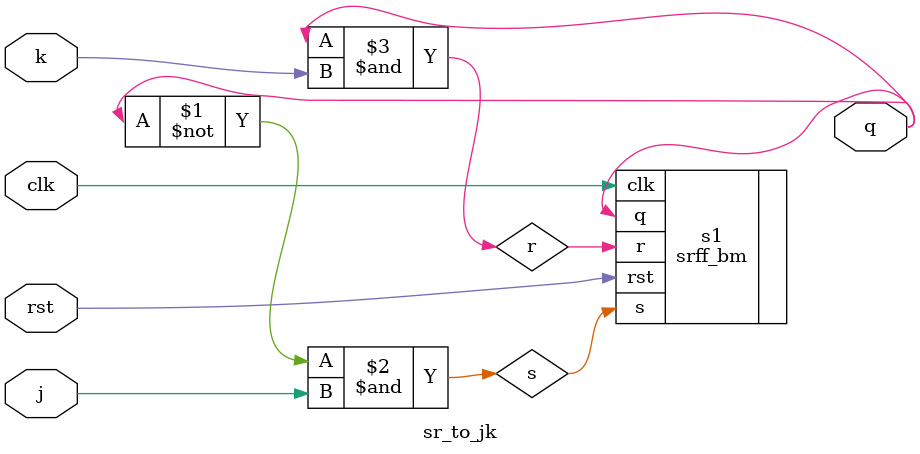
<source format=v>
module sr_to_jk (output q,input clk,rst,j,k);
	wire s,r;
	assign s=(~q&j);
	assign r = (q&k);
	srff_bm s1 (.q(q),.clk(clk),.rst(rst),.s(s),.r(r));
endmodule 
	
</source>
